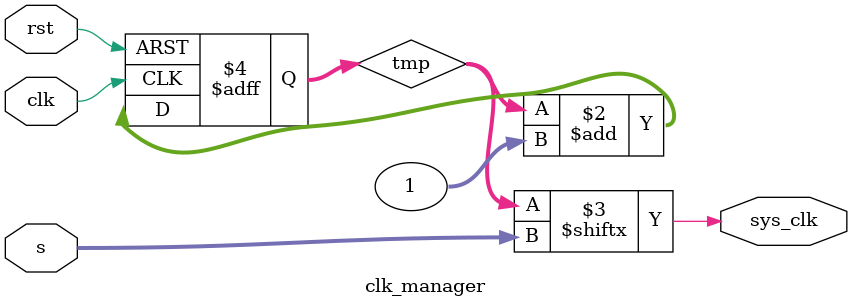
<source format=v>
`timescale 1ns / 1ps


module clk_manager
        (
        input clk,
        input rst,
        input [4:0] s,
        output sys_clk //output
        );
        
        reg [31:0] tmp;
        //assign s[4] = 1;
        always@(posedge clk or posedge rst)
            begin                   
            if(rst)             
                tmp <=0;        
            else                
                tmp <= tmp+1;   
        end                     
                                
        assign sys_clk = tmp[s];
endmodule

</source>
